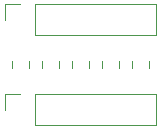
<source format=gbr>
G04 #@! TF.GenerationSoftware,KiCad,Pcbnew,5.0.2-bee76a0~70~ubuntu18.04.1*
G04 #@! TF.CreationDate,2019-03-08T21:30:06-05:00*
G04 #@! TF.ProjectId,r0805,72303830-352e-46b6-9963-61645f706362,rev?*
G04 #@! TF.SameCoordinates,Original*
G04 #@! TF.FileFunction,Legend,Bot*
G04 #@! TF.FilePolarity,Positive*
%FSLAX46Y46*%
G04 Gerber Fmt 4.6, Leading zero omitted, Abs format (unit mm)*
G04 Created by KiCad (PCBNEW 5.0.2-bee76a0~70~ubuntu18.04.1) date Fri 08 Mar 2019 21:30:06 EST*
%MOMM*%
%LPD*%
G01*
G04 APERTURE LIST*
%ADD10C,0.120000*%
G04 APERTURE END LIST*
D10*
G04 #@! TO.C,R7*
X28650000Y-43553748D02*
X28650000Y-44076252D01*
X27230000Y-43553748D02*
X27230000Y-44076252D01*
G04 #@! TO.C,R9*
X33730000Y-43553748D02*
X33730000Y-44076252D01*
X32310000Y-43553748D02*
X32310000Y-44076252D01*
G04 #@! TO.C,R10*
X36270000Y-43553748D02*
X36270000Y-44076252D01*
X34850000Y-43553748D02*
X34850000Y-44076252D01*
G04 #@! TO.C,J10*
X24070000Y-38675000D02*
X24070000Y-40005000D01*
X25400000Y-38675000D02*
X24070000Y-38675000D01*
X26670000Y-38675000D02*
X26670000Y-41335000D01*
X26670000Y-41335000D02*
X36890000Y-41335000D01*
X26670000Y-38675000D02*
X36890000Y-38675000D01*
X36890000Y-38675000D02*
X36890000Y-41335000D01*
G04 #@! TO.C,R8*
X31190000Y-43553748D02*
X31190000Y-44076252D01*
X29770000Y-43553748D02*
X29770000Y-44076252D01*
G04 #@! TO.C,J13*
X24070000Y-46295000D02*
X24070000Y-47625000D01*
X25400000Y-46295000D02*
X24070000Y-46295000D01*
X26670000Y-46295000D02*
X26670000Y-48955000D01*
X26670000Y-48955000D02*
X36890000Y-48955000D01*
X26670000Y-46295000D02*
X36890000Y-46295000D01*
X36890000Y-46295000D02*
X36890000Y-48955000D01*
G04 #@! TO.C,R6*
X26110000Y-43553748D02*
X26110000Y-44076252D01*
X24690000Y-43553748D02*
X24690000Y-44076252D01*
G04 #@! TD*
M02*

</source>
